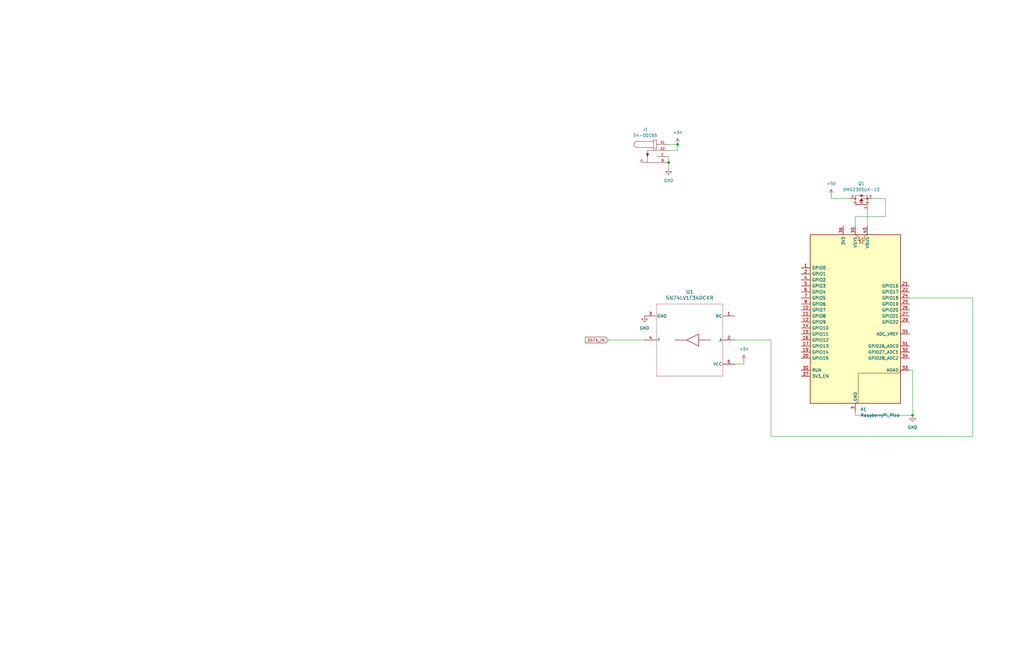
<source format=kicad_sch>
(kicad_sch (version 20231120) (generator "eeschema") (generator_version "8.0")
  (paper "B")
  (title_block (title "Power and Digital"))
  (lib_symbols
    (symbol "TrainTrackr-lib:54-00165" (pin_names (offset 1.016))
      (property "Reference" "J" (at -7.62 5.08 0))
      (property "Value" "54-00165" (at -7.62 -7.62 0))
      (symbol "54-00165_0_0"
        (arc (start -8.255 3.81) (mid -9.5194 2.54) (end -8.255 1.27) (stroke (width 0.1524)))
        (polyline (pts (xy -8.255 3.81) (xy -1.27 3.81)) (stroke (width 0.1524)))
        (polyline (pts (xy -6.35 -3.81) (xy -6.985 -5.08)) (stroke (width 0.1524)))
        (polyline (pts (xy -5.715 -5.08) (xy -6.35 -3.81)) (stroke (width 0.1524)))
        (polyline (pts (xy -3.81 0) (xy -3.81 -5.08)) (stroke (width 0.1524)))
        (polyline (pts (xy -1.27 0.635) (xy 0 0.635)) (stroke (width 0.1524)))
        (polyline (pts (xy -1.27 1.27) (xy -8.255 1.27)) (stroke (width 0.1524)))
        (polyline (pts (xy -1.27 1.27) (xy -1.27 0.635)) (stroke (width 0.1524)))
        (polyline (pts (xy -1.27 3.81) (xy -1.27 1.27)) (stroke (width 0.1524)))
        (polyline (pts (xy -1.27 4.445) (xy -1.27 3.81)) (stroke (width 0.1524)))
        (polyline (pts (xy 0 -5.08) (xy -5.715 -5.08)) (stroke (width 0.1524)))
        (polyline (pts (xy 0 0) (xy -3.81 0)) (stroke (width 0.1524)))
        (polyline (pts (xy 0 0.635) (xy 0 4.445)) (stroke (width 0.1524)))
        (polyline (pts (xy 0 4.445) (xy -1.27 4.445)) (stroke (width 0.1524)))
        (polyline (pts (xy -3.81 -2.54) (xy -4.318 -1.27) (xy -3.302 -1.27) (xy -3.81 -2.54)) (stroke (width 0.1524)) (fill (type outline)))
        (pin passive line (at 5.08 2.54 180) (length 5.08) (name "~") (number "A1"))
        (pin passive line (at 5.08 0 180) (length 5.08) (name "~") (number "A2"))
        (pin passive line (at 5.08 -5.08 180) (length 5.08) (name "~") (number "B"))
        (pin passive line (at 5.08 -2.54 180) (length 5.08) (name "~") (number "C"))
      )
    )
    (symbol "TrainTrackr-lib:DMG2305UX-13" (pin_names (offset 1.016))
      (property "Reference" "Q" (at -8.89 3.81 0))
      (property "Value" "DMG2305UX-13" (at -8.89 -6.35 0))
      (symbol "DMG2305UX-13_0_0"
        (polyline (pts (xy 0 -2.54) (xy 0 2.54)) (stroke (width 0.254)))
        (polyline (pts (xy 0.762 -3.175) (xy 0.762 -2.54)) (stroke (width 0.254)))
        (polyline (pts (xy 0.762 -2.54) (xy 0.762 -1.905)) (stroke (width 0.254)))
        (polyline (pts (xy 0.762 -2.54) (xy 2.54 -2.54)) (stroke (width 0.1524)))
        (polyline (pts (xy 0.762 -0.762) (xy 0.762 0)) (stroke (width 0.254)))
        (polyline (pts (xy 0.762 0) (xy 0.762 0.762)) (stroke (width 0.254)))
        (polyline (pts (xy 0.762 0) (xy 2.54 0)) (stroke (width 0.1524)))
        (polyline (pts (xy 0.762 1.905) (xy 0.762 2.54)) (stroke (width 0.254)))
        (polyline (pts (xy 0.762 2.54) (xy 0.762 3.175)) (stroke (width 0.254)))
        (polyline (pts (xy 2.54 -2.54) (xy 2.54 0)) (stroke (width 0.1524)))
        (polyline (pts (xy 2.54 -2.54) (xy 3.81 -2.54)) (stroke (width 0.1524)))
        (polyline (pts (xy 2.54 2.54) (xy 0.762 2.54)) (stroke (width 0.1524)))
        (polyline (pts (xy 2.54 2.54) (xy 3.81 2.54)) (stroke (width 0.1524)))
        (polyline (pts (xy 3.81 -0.508) (xy 3.302 -0.508)) (stroke (width 0.1524)))
        (polyline (pts (xy 3.81 -0.508) (xy 3.81 -2.54)) (stroke (width 0.1524)))
        (polyline (pts (xy 3.81 2.54) (xy 3.81 -0.508)) (stroke (width 0.1524)))
        (polyline (pts (xy 4.318 -0.508) (xy 3.81 -0.508)) (stroke (width 0.1524)))
        (polyline (pts (xy 2.54 0) (xy 1.524 0.762) (xy 1.524 -0.762) (xy 2.54 0)) (stroke (width 0.1524)) (fill (type outline)))
        (polyline (pts (xy 3.81 -0.508) (xy 3.302 0.254) (xy 4.318 0.254) (xy 3.81 -0.508)) (stroke (width 0.1524)) (fill (type outline)))
        (circle (center 2.54 -2.54) (radius 0.3592))
        (circle (center 2.54 2.54) (radius 0.3592))
        (pin passive line (at -2.54 -2.54 0) (length 2.54) (name "~") (number "1"))
        (pin passive line (at 2.54 -5.08 90) (length 2.54) (name "~") (number "2"))
        (pin passive line (at 2.54 5.08 270) (length 2.54) (name "~") (number "3"))
      )
    )
    (symbol "TrainTrackr-lib:RaspberryPi_Pico" (pin_names (offset 0.762))
      (property "Reference" "A" (at -19.05 38.1 0))
      (property "Value" "RaspberryPi_Pico" (at 7.62 38.1 0))
      (symbol "RaspberryPi_Pico_0_1"
        (rectangle (start -19.05 36.83) (end 19.05 -34.29) (stroke (width 0.254)) (fill (type background)))
        (polyline (pts (xy 0 36.83) (xy 1.27 36.195) (xy 1.27 34.29) (xy 1.905 34.29)))
        (polyline (pts (xy 1.905 34.29) (xy 3.175 35.56) (xy 3.175 33.02) (xy 1.905 34.29)))
        (polyline (pts (xy 5.08 36.83) (xy 3.81 36.195) (xy 3.81 34.29) (xy 3.175 34.29)))
        (polyline (pts (xy 0 -34.29) (xy 1.27 -33.655) (xy 1.27 -21.59) (xy 18.415 -21.59) (xy 19.05 -20.32)))
        (polyline (pts (xy 1.651 35.306) (xy 1.651 35.56) (xy 1.905 35.56) (xy 1.905 33.02) (xy 2.159 33.02) (xy 2.159 33.274)))
      )
      (symbol "RaspberryPi_Pico_1_1"
        (pin bidirectional line (at -22.86 22.86 0) (length 3.81) (name "GPIO0") (number "1"))
        (pin bidirectional line (at -22.86 5.08 0) (length 3.81) (name "GPIO7") (number "10"))
        (pin bidirectional line (at -22.86 2.54 0) (length 3.81) (name "GPIO8") (number "11"))
        (pin bidirectional line (at -22.86 0 0) (length 3.81) (name "GPIO9") (number "12"))
        (pin passive line (at 0 -38.1 90) (length 3.81) hide (name "GND") (number "13"))
        (pin bidirectional line (at -22.86 -2.54 0) (length 3.81) (name "GPIO10") (number "14"))
        (pin bidirectional line (at -22.86 -5.08 0) (length 3.81) (name "GPIO11") (number "15"))
        (pin bidirectional line (at -22.86 -7.62 0) (length 3.81) (name "GPIO12") (number "16"))
        (pin bidirectional line (at -22.86 -10.16 0) (length 3.81) (name "GPIO13") (number "17"))
        (pin passive line (at 0 -38.1 90) (length 3.81) hide (name "GND") (number "18"))
        (pin bidirectional line (at -22.86 -12.7 0) (length 3.81) (name "GPIO14") (number "19"))
        (pin bidirectional line (at -22.86 20.32 0) (length 3.81) (name "GPIO1") (number "2"))
        (pin bidirectional line (at -22.86 -15.24 0) (length 3.81) (name "GPIO15") (number "20"))
        (pin bidirectional line (at 22.86 15.24 180) (length 3.81) (name "GPIO16") (number "21"))
        (pin bidirectional line (at 22.86 12.7 180) (length 3.81) (name "GPIO17") (number "22"))
        (pin passive line (at 0 -38.1 90) (length 3.81) hide (name "GND") (number "23"))
        (pin bidirectional line (at 22.86 10.16 180) (length 3.81) (name "GPIO18") (number "24"))
        (pin bidirectional line (at 22.86 7.62 180) (length 3.81) (name "GPIO19") (number "25"))
        (pin bidirectional line (at 22.86 5.08 180) (length 3.81) (name "GPIO20") (number "26"))
        (pin bidirectional line (at 22.86 2.54 180) (length 3.81) (name "GPIO21") (number "27"))
        (pin passive line (at 0 -38.1 90) (length 3.81) hide (name "GND") (number "28"))
        (pin bidirectional line (at 22.86 0 180) (length 3.81) (name "GPIO22") (number "29"))
        (pin power_out line (at 0 -38.1 90) (length 3.81) (name "GND") (number "3"))
        (pin input line (at -22.86 -20.32 0) (length 3.81) (name "RUN") (number "30"))
        (pin bidirectional line (at 22.86 -10.16 180) (length 3.81) (name "GPIO26_ADC0") (number "31"))
        (pin bidirectional line (at 22.86 -12.7 180) (length 3.81) (name "GPIO27_ADC1") (number "32"))
        (pin power_out line (at 22.86 -20.32 180) (length 3.81) (name "AGND") (number "33"))
        (pin bidirectional line (at 22.86 -15.24 180) (length 3.81) (name "GPIO28_ADC2") (number "34"))
        (pin power_in line (at 22.86 -5.08 180) (length 3.81) (name "ADC_VREF") (number "35"))
        (pin power_out line (at -5.08 40.64 270) (length 3.81) (name "3V3") (number "36"))
        (pin input line (at -22.86 -22.86 0) (length 3.81) (name "3V3_EN") (number "37"))
        (pin passive line (at 0 -38.1 90) (length 3.81) hide (name "GND") (number "38"))
        (pin power_in line (at 0 40.64 270) (length 3.81) (name "VSYS") (number "39"))
        (pin bidirectional line (at -22.86 17.78 0) (length 3.81) (name "GPIO2") (number "4"))
        (pin power_out line (at 5.08 40.64 270) (length 3.81) (name "VBUS") (number "40"))
        (pin bidirectional line (at -22.86 15.24 0) (length 3.81) (name "GPIO3") (number "5"))
        (pin bidirectional line (at -22.86 12.7 0) (length 3.81) (name "GPIO4") (number "6"))
        (pin bidirectional line (at -22.86 10.16 0) (length 3.81) (name "GPIO5") (number "7"))
        (pin passive line (at 0 -38.1 90) (length 3.81) hide (name "GND") (number "8"))
        (pin bidirectional line (at -22.86 7.62 0) (length 3.81) (name "GPIO6") (number "9"))
      )
    )
    (symbol "TrainTrackr-lib:SN74LV1T34DCKR" (pin_names (offset 0.254))
      (property "Reference" "U" (at 0 2.54 0))
      (property "Value" "SN74LV1T34DCKR" (at 0 0 0))
      (symbol "SN74LV1T34DCKR_0_1"
        (polyline (pts (xy -12.7 -15.24) (xy 15.24 -15.24)) (stroke (width 0.1016)))
        (polyline (pts (xy -12.7 15.24) (xy -12.7 -15.24)) (stroke (width 0.1016)))
        (polyline (pts (xy -2.54 -2.54) (xy -2.54 2.54)) (stroke (width 0.2032)))
        (polyline (pts (xy -2.54 0) (xy -7.62 0)) (stroke (width 0.2032)))
        (polyline (pts (xy -2.54 2.54) (xy 2.54 0)) (stroke (width 0.2032)))
        (polyline (pts (xy 2.54 0) (xy -2.54 -2.54)) (stroke (width 0.2032)))
        (polyline (pts (xy 2.54 0) (xy 7.62 0)) (stroke (width 0.2032)))
        (polyline (pts (xy 15.24 -15.24) (xy 15.24 15.24)) (stroke (width 0.1016)))
        (polyline (pts (xy 15.24 15.24) (xy -12.7 15.24)) (stroke (width 0.1016)))
        (pin unspecified line (at -17.78 -10.16 0) (length 5.08) (name "NC") (number "1"))
        (pin input line (at -17.78 0 0) (length 5.08) (name "A") (number "2"))
        (pin power_in line (at 20.32 -10.16 180) (length 5.08) (name "GND") (number "3"))
        (pin output line (at 20.32 0 180) (length 5.08) (name "Y") (number "4"))
        (pin power_in line (at -17.78 10.16 0) (length 5.08) (name "VCC") (number "5"))
      )
    )
    (symbol "power:+5V" (power) (pin_numbers hide) (pin_names (offset 0) hide)
      (property "Value" "+5V" (at 0 3.556 0))
      (symbol "+5V_0_1"
        (polyline (pts (xy -0.762 1.27) (xy 0 2.54)))
        (polyline (pts (xy 0 0) (xy 0 2.54)))
        (polyline (pts (xy 0 2.54) (xy 0.762 1.27)))
      )
      (symbol "+5V_1_1"
        (pin power_in line (at 0 0 90) (length 0) (name "~") (number "1"))
      )
    )
    (symbol "power:GND" (power) (pin_numbers hide) (pin_names (offset 0) hide)
      (property "Value" "GND" (at 0 -3.81 0))
      (symbol "GND_0_1"
        (polyline (pts (xy 0 0) (xy 0 -1.27) (xy 1.27 -1.27) (xy 0 -2.54) (xy -1.27 -1.27) (xy 0 -1.27)))
      )
      (symbol "GND_1_1"
        (pin power_in line (at 0 0 270) (length 0) (name "~") (number "1"))
      )
    )
  )
  (junction (at 384.81 175.26))
  (junction (at 285.75 60.96))
  (junction (at 281.94 68.58))
  (wire (pts (xy 410.21 184.15) (xy 325.12 184.15)))
  (wire (pts (xy 360.68 175.26) (xy 384.81 175.26)))
  (wire (pts (xy 410.21 125.73) (xy 410.21 184.15)))
  (wire (pts (xy 360.68 173.99) (xy 360.68 175.26)))
  (wire (pts (xy 383.54 125.73) (xy 410.21 125.73)))
  (wire (pts (xy 350.52 83.82) (xy 350.52 82.55)))
  (wire (pts (xy 281.94 60.96) (xy 285.75 60.96)))
  (wire (pts (xy 373.38 83.82) (xy 373.38 91.44)))
  (wire (pts (xy 360.68 91.44) (xy 360.68 95.25)))
  (wire (pts (xy 256.54 143.51) (xy 271.78 143.51)))
  (wire (pts (xy 281.94 66.04) (xy 281.94 68.58)))
  (wire (pts (xy 325.12 143.51) (xy 309.88 143.51)))
  (wire (pts (xy 313.69 152.4) (xy 313.69 153.67)))
  (wire (pts (xy 281.94 68.58) (xy 281.94 71.12)))
  (wire (pts (xy 358.14 83.82) (xy 350.52 83.82)))
  (wire (pts (xy 368.3 83.82) (xy 373.38 83.82)))
  (wire (pts (xy 384.81 156.21) (xy 383.54 156.21)))
  (wire (pts (xy 325.12 184.15) (xy 325.12 143.51)))
  (wire (pts (xy 365.76 88.9) (xy 365.76 95.25)))
  (wire (pts (xy 373.38 91.44) (xy 360.68 91.44)))
  (wire (pts (xy 285.75 63.5) (xy 285.75 60.96)))
  (wire (pts (xy 281.94 63.5) (xy 285.75 63.5)))
  (wire (pts (xy 313.69 153.67) (xy 309.88 153.67)))
  (wire (pts (xy 384.81 175.26) (xy 384.81 156.21)))
  (global_label "DATA_IN" (shape input) (at 256.54 143.51 180) (property "Intersheetrefs" "${INTERSHEET_REFS}" (effects (hide yes))))
  (symbol (lib_id "TrainTrackr-lib:RaspberryPi_Pico") (at 360.68 135.89 0) (unit 1)
    (property "Reference" "A1" (at 362.8741 172.72 0) (effects (justify left)))
    (property "Value" "RaspberryPi_Pico" (at 362.8741 175.26 0) (effects (justify left)))
    (property "Footprint" "TrainTrackr-footprints:RaspberryPi_Pico_W_SMD_HandSolder" (effects (hide yes)))
    (property "Datasheet" "https://datasheets.raspberrypi.com/pico/pico-datasheet.pdf" (effects (hide yes)))
    (property "Description" "Versatile and inexpensive microcontroller module powered by RP2040 dual-core Arm Cortex-M0+ processor up to 133 MHz, 264kB SRAM, 2MB QSPI flash" (effects (hide yes)))
  )
  (symbol (lib_id "TrainTrackr-lib:54-00165") (at 276.86 63.5 0) (unit 1)
    (property "Reference" "J1" (at 272.1003 54.61 0))
    (property "Value" "54-00165" (at 272.1003 57.15 0))
    (property "Footprint" "TrainTrackr-footprints:TENSILITY_54-00165" (effects (hide yes)))
    (property "Datasheet" "https://tensility.s3.us-west-2.amazonaws.com/uploads/pdffiles/54-00165.pdf" (effects (hide yes)))
    (property "PARTREV" "A" (effects (hide yes)))
    (property "MANUFACTURER" "TENSILITY" (effects (hide yes)))
    (property "SNAPEDA_PN" "54-00164" (effects (hide yes)))
    (property "MAXIMUM_PACKAGE_HEIGHT" "11.3mm" (effects (hide yes)))
    (property "STANDARD" "Manufacturer Recommendations" (effects (hide yes)))
  )
  (symbol (lib_id "TrainTrackr-lib:DMG2305UX-13") (at 363.22 86.36 90) (unit 1)
    (property "Reference" "Q1" (at 363.22 77.47 90))
    (property "Value" "DMG2305UX-13" (at 363.22 80.01 90))
    (property "Footprint" "TrainTrackr-footprints:train" (effects (hide yes)))
    (property "PARTREV" "09/2018" (effects (hide yes)))
    (property "MANUFACTURER" "Diodes Inc." (effects (hide yes)))
    (property "MAXIMUM_PACKAGE_HEIGHT" "1.1mm" (effects (hide yes)))
    (property "STANDARD" "IPC-7351B" (effects (hide yes)))
  )
  (symbol (lib_id "power:GND") (at 281.94 71.12 0) (unit 1)
    (property "Reference" "#PWR013" (effects (hide yes)))
    (property "Value" "GND" (at 281.94 76.2 0))
    (property "Description" "Power symbol creates a global label with name \"GND\" , ground" (effects (hide yes)))
  )
  (symbol (lib_id "power:GND") (at 384.81 175.26 0) (unit 1)
    (property "Reference" "#PWR014" (effects (hide yes)))
    (property "Value" "GND" (at 384.81 180.34 0))
    (property "Description" "Power symbol creates a global label with name \"GND\" , ground" (effects (hide yes)))
  )
  (symbol (lib_id "TrainTrackr-lib:SN74LV1T34DCKR") (at 292.1 143.51 180) (unit 1)
    (property "Reference" "U1" (at 290.83 123.19 0) (effects (font (size 1.524 1.524))))
    (property "Value" "SN74LV1T34DCKR" (at 290.83 125.73 0) (effects (font (size 1.524 1.524))))
    (property "Footprint" "TrainTrackr-footprints:DCK0005A_L" (effects (hide yes)))
    (property "Datasheet" "SN74LV1T34DCKR" (effects (hide yes)))
  )
  (symbol (lib_id "power:+5V") (at 313.69 152.4 0) (unit 1)
    (property "Reference" "#PWR010" (effects (hide yes)))
    (property "Value" "+5V" (at 313.69 147.32 0))
    (property "Description" "Power symbol creates a global label with name \"+5V\"" (effects (hide yes)))
  )
  (symbol (lib_id "power:+5V") (at 285.75 60.96 0) (unit 1)
    (property "Reference" "#PWR057" (effects (hide yes)))
    (property "Value" "+5V" (at 285.75 55.88 0))
    (property "Description" "Power symbol creates a global label with name \"+5V\"" (effects (hide yes)))
  )
  (symbol (lib_id "power:GND") (at 271.78 133.35 0) (unit 1)
    (property "Reference" "#PWR011" (effects (hide yes)))
    (property "Value" "GND" (at 271.78 138.43 0))
    (property "Description" "Power symbol creates a global label with name \"GND\" , ground" (effects (hide yes)))
  )
  (symbol (lib_id "power:+5V") (at 350.52 82.55 0) (unit 1)
    (property "Reference" "#PWR056" (effects (hide yes)))
    (property "Value" "+5V" (at 350.52 77.47 0))
    (property "Description" "Power symbol creates a global label with name \"+5V\"" (effects (hide yes)))
  )
)
</source>
